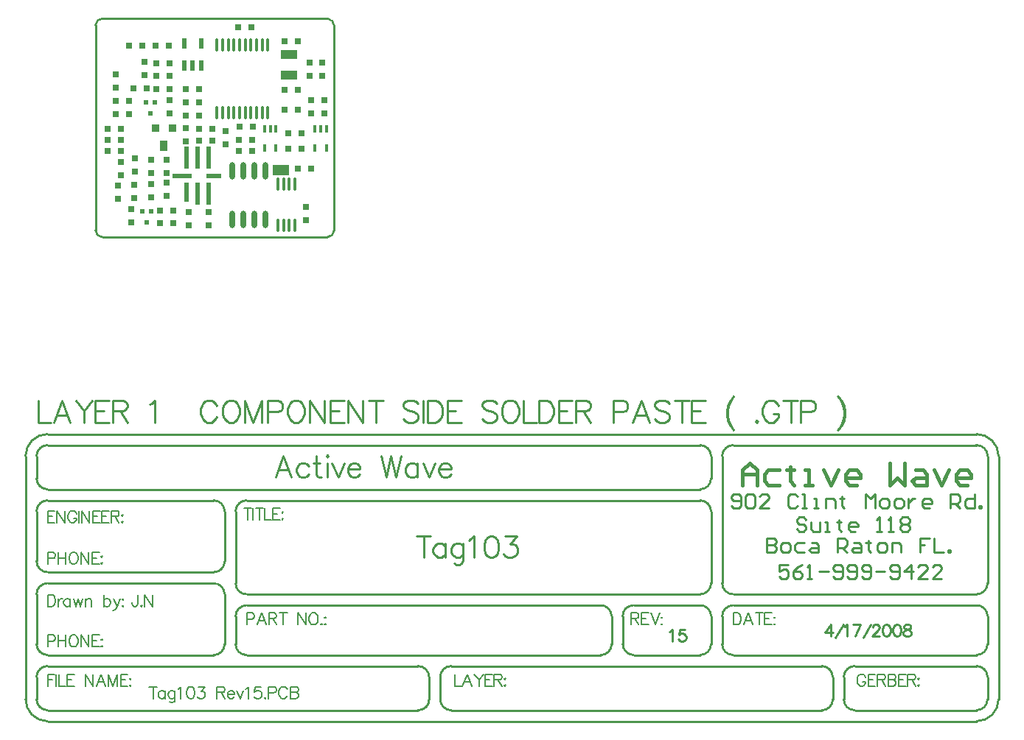
<source format=gtp>
%FSLAX23Y23*%
%MOIN*%
G70*
G01*
G75*
G04 Layer_Color=12632256*
%ADD10R,0.024X0.024*%
%ADD11R,0.014X0.035*%
%ADD12R,0.014X0.035*%
%ADD13R,0.030X0.030*%
%ADD14R,0.030X0.030*%
%ADD15R,0.025X0.030*%
%ADD16R,0.074X0.045*%
%ADD17R,0.020X0.050*%
%ADD18O,0.016X0.060*%
%ADD19O,0.016X0.060*%
%ADD20R,0.024X0.100*%
%ADD21R,0.024X0.090*%
%ADD22R,0.070X0.024*%
%ADD23R,0.090X0.024*%
%ADD24R,0.075X0.043*%
%ADD25R,0.036X0.050*%
%ADD26R,0.036X0.036*%
%ADD27O,0.024X0.080*%
%ADD28C,0.010*%
%ADD29C,0.008*%
%ADD30C,0.020*%
%ADD31C,0.025*%
%ADD32C,0.012*%
%ADD33C,0.015*%
%ADD34C,0.016*%
%ADD35C,0.014*%
%ADD36C,0.026*%
%ADD37C,0.006*%
%ADD38C,0.005*%
%ADD39C,0.009*%
%ADD40C,0.039*%
%ADD41C,0.070*%
%ADD42R,0.050X0.050*%
%ADD43R,0.039X0.043*%
%ADD44C,0.024*%
%ADD45R,0.070X0.070*%
%ADD46R,0.140X0.140*%
%ADD47C,0.030*%
D10*
X145Y32D02*
D03*
X184D02*
D03*
X165Y-19D02*
D03*
X200Y524D02*
D03*
X181Y473D02*
D03*
X161Y524D02*
D03*
D11*
X976Y403D02*
D03*
D12*
X976Y317D02*
D03*
X924D02*
D03*
X950Y403D02*
D03*
X924D02*
D03*
X723D02*
D03*
X697D02*
D03*
Y317D02*
D03*
X749D02*
D03*
Y403D02*
D03*
D13*
X400Y585D02*
D03*
X340D02*
D03*
X644Y414D02*
D03*
X584D02*
D03*
X864Y384D02*
D03*
X804D02*
D03*
Y314D02*
D03*
X864D02*
D03*
X85Y780D02*
D03*
X145D02*
D03*
X639Y864D02*
D03*
X789Y799D02*
D03*
X849D02*
D03*
X789Y579D02*
D03*
X849D02*
D03*
X640Y355D02*
D03*
X580D02*
D03*
Y305D02*
D03*
X640D02*
D03*
X400Y350D02*
D03*
X460D02*
D03*
Y405D02*
D03*
X400D02*
D03*
X909Y224D02*
D03*
X849D02*
D03*
X48Y354D02*
D03*
Y304D02*
D03*
Y403D02*
D03*
X266Y702D02*
D03*
Y644D02*
D03*
Y584D02*
D03*
X-12Y403D02*
D03*
Y354D02*
D03*
Y304D02*
D03*
X104Y587D02*
D03*
X205Y780D02*
D03*
X164Y587D02*
D03*
X206Y584D02*
D03*
Y702D02*
D03*
Y644D02*
D03*
X283Y33D02*
D03*
X223D02*
D03*
X284Y-24D02*
D03*
X579Y864D02*
D03*
X265Y780D02*
D03*
X909Y534D02*
D03*
X224Y-24D02*
D03*
X969Y534D02*
D03*
Y474D02*
D03*
X909D02*
D03*
D14*
X400Y525D02*
D03*
Y465D02*
D03*
X900Y645D02*
D03*
Y705D02*
D03*
X340Y465D02*
D03*
Y525D02*
D03*
X520Y335D02*
D03*
Y395D02*
D03*
X23Y591D02*
D03*
Y651D02*
D03*
X109Y90D02*
D03*
Y150D02*
D03*
X83Y531D02*
D03*
X266Y474D02*
D03*
X83Y471D02*
D03*
X266Y534D02*
D03*
X23Y471D02*
D03*
Y531D02*
D03*
X153Y706D02*
D03*
Y646D02*
D03*
X885Y52D02*
D03*
X255Y205D02*
D03*
X354Y26D02*
D03*
X959Y645D02*
D03*
X340Y347D02*
D03*
X48Y254D02*
D03*
X95Y40D02*
D03*
X35Y86D02*
D03*
X110Y210D02*
D03*
X35Y146D02*
D03*
X48Y194D02*
D03*
X254Y100D02*
D03*
X354Y-34D02*
D03*
X444D02*
D03*
X110Y270D02*
D03*
X185Y94D02*
D03*
Y205D02*
D03*
Y154D02*
D03*
X254Y160D02*
D03*
X340Y407D02*
D03*
X959Y705D02*
D03*
X255Y265D02*
D03*
X885Y-8D02*
D03*
X95Y-20D02*
D03*
X444Y26D02*
D03*
X185Y265D02*
D03*
D15*
X849Y489D02*
D03*
X789D02*
D03*
D16*
X770Y217D02*
D03*
D17*
X335Y690D02*
D03*
Y790D02*
D03*
X410D02*
D03*
X372Y690D02*
D03*
X410D02*
D03*
D18*
X712Y478D02*
D03*
X558Y785D02*
D03*
X661D02*
D03*
X584Y478D02*
D03*
X610D02*
D03*
X558D02*
D03*
X635Y785D02*
D03*
X661Y478D02*
D03*
X686D02*
D03*
X712Y785D02*
D03*
X482D02*
D03*
X507Y478D02*
D03*
X610Y785D02*
D03*
X584D02*
D03*
X686D02*
D03*
X533D02*
D03*
X507D02*
D03*
X482Y478D02*
D03*
X635D02*
D03*
X533D02*
D03*
D19*
X758Y153D02*
D03*
X784Y-34D02*
D03*
X809D02*
D03*
X758D02*
D03*
X835Y153D02*
D03*
X809D02*
D03*
X835Y-34D02*
D03*
X784Y153D02*
D03*
D20*
X395Y111D02*
D03*
X445D02*
D03*
X444Y274D02*
D03*
X395Y273D02*
D03*
X345D02*
D03*
D21*
Y116D02*
D03*
D22*
X467Y189D02*
D03*
D23*
X325Y189D02*
D03*
D24*
X809Y647D02*
D03*
Y741D02*
D03*
D25*
X242Y327D02*
D03*
D26*
X205Y407D02*
D03*
X280D02*
D03*
D27*
X702Y-6D02*
D03*
X602Y214D02*
D03*
X702D02*
D03*
X652D02*
D03*
X552D02*
D03*
X652Y-6D02*
D03*
X602D02*
D03*
X552D02*
D03*
D28*
X-325Y-825D02*
Y-925D01*
X-268D01*
X-181D02*
X-219Y-825D01*
X-257Y-925D01*
X-243Y-892D02*
X-195D01*
X-157Y-825D02*
X-119Y-873D01*
Y-925D01*
X-81Y-825D02*
X-119Y-873D01*
X-6Y-825D02*
X-68D01*
Y-925D01*
X-6D01*
X-68Y-873D02*
X-30D01*
X10Y-825D02*
Y-925D01*
Y-825D02*
X53D01*
X67Y-830D01*
X72Y-835D01*
X77Y-844D01*
Y-854D01*
X72Y-863D01*
X67Y-868D01*
X53Y-873D01*
X10D01*
X43D02*
X77Y-925D01*
X178Y-844D02*
X187Y-839D01*
X202Y-825D01*
Y-925D01*
X480Y-849D02*
X475Y-839D01*
X465Y-830D01*
X456Y-825D01*
X437D01*
X427Y-830D01*
X418Y-839D01*
X413Y-849D01*
X408Y-863D01*
Y-887D01*
X413Y-901D01*
X418Y-911D01*
X427Y-920D01*
X437Y-925D01*
X456D01*
X465Y-920D01*
X475Y-911D01*
X480Y-901D01*
X536Y-825D02*
X527Y-830D01*
X517Y-839D01*
X512Y-849D01*
X508Y-863D01*
Y-887D01*
X512Y-901D01*
X517Y-911D01*
X527Y-920D01*
X536Y-925D01*
X555D01*
X565Y-920D01*
X574Y-911D01*
X579Y-901D01*
X584Y-887D01*
Y-863D01*
X579Y-849D01*
X574Y-839D01*
X565Y-830D01*
X555Y-825D01*
X536D01*
X607D02*
Y-925D01*
Y-825D02*
X645Y-925D01*
X683Y-825D02*
X645Y-925D01*
X683Y-825D02*
Y-925D01*
X712Y-877D02*
X755D01*
X769Y-873D01*
X774Y-868D01*
X779Y-858D01*
Y-844D01*
X774Y-835D01*
X769Y-830D01*
X755Y-825D01*
X712D01*
Y-925D01*
X830Y-825D02*
X820Y-830D01*
X810Y-839D01*
X806Y-849D01*
X801Y-863D01*
Y-887D01*
X806Y-901D01*
X810Y-911D01*
X820Y-920D01*
X830Y-925D01*
X849D01*
X858Y-920D01*
X868Y-911D01*
X872Y-901D01*
X877Y-887D01*
Y-863D01*
X872Y-849D01*
X868Y-839D01*
X858Y-830D01*
X849Y-825D01*
X830D01*
X900D02*
Y-925D01*
Y-825D02*
X967Y-925D01*
Y-825D02*
Y-925D01*
X1057Y-825D02*
X995D01*
Y-925D01*
X1057D01*
X995Y-873D02*
X1033D01*
X1073Y-825D02*
Y-925D01*
Y-825D02*
X1140Y-925D01*
Y-825D02*
Y-925D01*
X1201Y-825D02*
Y-925D01*
X1168Y-825D02*
X1234D01*
X1391Y-839D02*
X1382Y-830D01*
X1367Y-825D01*
X1348D01*
X1334Y-830D01*
X1325Y-839D01*
Y-849D01*
X1329Y-858D01*
X1334Y-863D01*
X1344Y-868D01*
X1372Y-877D01*
X1382Y-882D01*
X1387Y-887D01*
X1391Y-896D01*
Y-911D01*
X1382Y-920D01*
X1367Y-925D01*
X1348D01*
X1334Y-920D01*
X1325Y-911D01*
X1414Y-825D02*
Y-925D01*
X1435Y-825D02*
Y-925D01*
Y-825D02*
X1468D01*
X1482Y-830D01*
X1492Y-839D01*
X1497Y-849D01*
X1501Y-863D01*
Y-887D01*
X1497Y-901D01*
X1492Y-911D01*
X1482Y-920D01*
X1468Y-925D01*
X1435D01*
X1586Y-825D02*
X1524D01*
Y-925D01*
X1586D01*
X1524Y-873D02*
X1562D01*
X1747Y-839D02*
X1738Y-830D01*
X1724Y-825D01*
X1705D01*
X1690Y-830D01*
X1681Y-839D01*
Y-849D01*
X1686Y-858D01*
X1690Y-863D01*
X1700Y-868D01*
X1728Y-877D01*
X1738Y-882D01*
X1743Y-887D01*
X1747Y-896D01*
Y-911D01*
X1738Y-920D01*
X1724Y-925D01*
X1705D01*
X1690Y-920D01*
X1681Y-911D01*
X1798Y-825D02*
X1789Y-830D01*
X1779Y-839D01*
X1775Y-849D01*
X1770Y-863D01*
Y-887D01*
X1775Y-901D01*
X1779Y-911D01*
X1789Y-920D01*
X1798Y-925D01*
X1817D01*
X1827Y-920D01*
X1836Y-911D01*
X1841Y-901D01*
X1846Y-887D01*
Y-863D01*
X1841Y-849D01*
X1836Y-839D01*
X1827Y-830D01*
X1817Y-825D01*
X1798D01*
X1869D02*
Y-925D01*
X1926D01*
X1937Y-825D02*
Y-925D01*
Y-825D02*
X1971D01*
X1985Y-830D01*
X1995Y-839D01*
X1999Y-849D01*
X2004Y-863D01*
Y-887D01*
X1999Y-901D01*
X1995Y-911D01*
X1985Y-920D01*
X1971Y-925D01*
X1937D01*
X2088Y-825D02*
X2026D01*
Y-925D01*
X2088D01*
X2026Y-873D02*
X2064D01*
X2105Y-825D02*
Y-925D01*
Y-825D02*
X2148D01*
X2162Y-830D01*
X2167Y-835D01*
X2172Y-844D01*
Y-854D01*
X2167Y-863D01*
X2162Y-868D01*
X2148Y-873D01*
X2105D01*
X2138D02*
X2172Y-925D01*
X2273Y-877D02*
X2315D01*
X2330Y-873D01*
X2334Y-868D01*
X2339Y-858D01*
Y-844D01*
X2334Y-835D01*
X2330Y-830D01*
X2315Y-825D01*
X2273D01*
Y-925D01*
X2438D02*
X2400Y-825D01*
X2362Y-925D01*
X2376Y-892D02*
X2423D01*
X2528Y-839D02*
X2518Y-830D01*
X2504Y-825D01*
X2485D01*
X2471Y-830D01*
X2461Y-839D01*
Y-849D01*
X2466Y-858D01*
X2471Y-863D01*
X2480Y-868D01*
X2509Y-877D01*
X2518Y-882D01*
X2523Y-887D01*
X2528Y-896D01*
Y-911D01*
X2518Y-920D01*
X2504Y-925D01*
X2485D01*
X2471Y-920D01*
X2461Y-911D01*
X2583Y-825D02*
Y-925D01*
X2550Y-825D02*
X2617D01*
X2691D02*
X2629D01*
Y-925D01*
X2691D01*
X2629Y-873D02*
X2667D01*
X2819Y-806D02*
X2810Y-816D01*
X2800Y-830D01*
X2791Y-849D01*
X2786Y-873D01*
Y-892D01*
X2791Y-915D01*
X2800Y-935D01*
X2810Y-949D01*
X2819Y-958D01*
X2810Y-816D02*
X2800Y-835D01*
X2795Y-849D01*
X2791Y-873D01*
Y-892D01*
X2795Y-915D01*
X2800Y-930D01*
X2810Y-949D01*
X2921Y-915D02*
X2917Y-920D01*
X2921Y-925D01*
X2926Y-920D01*
X2921Y-915D01*
X3020Y-849D02*
X3015Y-839D01*
X3005Y-830D01*
X2996Y-825D01*
X2977D01*
X2967Y-830D01*
X2958Y-839D01*
X2953Y-849D01*
X2948Y-863D01*
Y-887D01*
X2953Y-901D01*
X2958Y-911D01*
X2967Y-920D01*
X2977Y-925D01*
X2996D01*
X3005Y-920D01*
X3015Y-911D01*
X3020Y-901D01*
Y-887D01*
X2996D02*
X3020D01*
X3076Y-825D02*
Y-925D01*
X3042Y-825D02*
X3109D01*
X3121Y-877D02*
X3164D01*
X3178Y-873D01*
X3183Y-868D01*
X3188Y-858D01*
Y-844D01*
X3183Y-835D01*
X3178Y-830D01*
X3164Y-825D01*
X3121D01*
Y-925D01*
X3289Y-806D02*
X3298Y-816D01*
X3308Y-830D01*
X3317Y-849D01*
X3322Y-873D01*
Y-892D01*
X3317Y-915D01*
X3308Y-935D01*
X3298Y-949D01*
X3289Y-958D01*
X3298Y-816D02*
X3308Y-835D01*
X3312Y-849D01*
X3317Y-873D01*
Y-892D01*
X3312Y-915D01*
X3308Y-930D01*
X3298Y-949D01*
X-37Y903D02*
G03*
X-67Y873I0J-30D01*
G01*
X1011D02*
G03*
X981Y903I-30J0D01*
G01*
Y-86D02*
G03*
X1011Y-56I0J30D01*
G01*
X-67D02*
G03*
X-37Y-86I30J0D01*
G01*
X-67Y-56D02*
Y873D01*
X-37Y903D02*
X981D01*
X1011Y-56D02*
Y873D01*
X-37Y-86D02*
X981D01*
X3966Y-1802D02*
G03*
X3917Y-1753I-49J0D01*
G01*
X2816D02*
G03*
X2766Y-1803I0J-50D01*
G01*
X3916Y-1703D02*
G03*
X3966Y-1653I0J50D01*
G01*
X2766D02*
G03*
X2816Y-1703I50J0D01*
G01*
X-284Y-978D02*
G03*
X-384Y-1078I0J-100D01*
G01*
Y-2177D02*
G03*
X-285Y-2278I101J0D01*
G01*
X3916Y-2278D02*
G03*
X4016Y-2178I0J100D01*
G01*
Y-1078D02*
G03*
X3916Y-978I-100J0D01*
G01*
X3966Y-1077D02*
G03*
X3915Y-1028I-49J0D01*
G01*
X3916Y-1978D02*
G03*
X3966Y-1928I0J50D01*
G01*
X3966Y-2077D02*
G03*
X3916Y-2028I-50J-1D01*
G01*
Y-2228D02*
G03*
X3966Y-2178I0J50D01*
G01*
X2666Y-1978D02*
G03*
X2716Y-1928I0J50D01*
G01*
X2766Y-1929D02*
G03*
X2816Y-1978I49J0D01*
G01*
X2716Y-1802D02*
G03*
X2667Y-1753I-49J0D01*
G01*
X-334Y-2178D02*
G03*
X-285Y-2228I50J0D01*
G01*
X2667Y-1703D02*
G03*
X2716Y-1653I-1J50D01*
G01*
X-284Y-2028D02*
G03*
X-334Y-2078I0J-50D01*
G01*
X2716Y-1328D02*
G03*
X2666Y-1278I-50J0D01*
G01*
Y-1228D02*
G03*
X2716Y-1178I0J50D01*
G01*
X2816Y-1028D02*
G03*
X2766Y-1078I0J-50D01*
G01*
X2716D02*
G03*
X2666Y-1028I-50J0D01*
G01*
X-284D02*
G03*
X-334Y-1078I0J-50D01*
G01*
Y-1178D02*
G03*
X-284Y-1228I50J0D01*
G01*
Y-1278D02*
G03*
X-334Y-1328I0J-50D01*
G01*
Y-1553D02*
G03*
X-284Y-1603I50J0D01*
G01*
Y-1653D02*
G03*
X-334Y-1703I0J-50D01*
G01*
Y-1928D02*
G03*
X-285Y-1978I50J0D01*
G01*
X616Y-1278D02*
G03*
X566Y-1328I0J-50D01*
G01*
X616Y-1753D02*
G03*
X566Y-1803I0J-50D01*
G01*
X2364Y-1753D02*
G03*
X2316Y-1804I0J-48D01*
G01*
X2316Y-1927D02*
G03*
X2366Y-1978I51J0D01*
G01*
X2217Y-1978D02*
G03*
X2266Y-1928I0J49D01*
G01*
X2266Y-1802D02*
G03*
X2217Y-1753I-49J0D01*
G01*
X467Y-1978D02*
G03*
X516Y-1929I0J49D01*
G01*
X566D02*
G03*
X615Y-1978I49J0D01*
G01*
X566Y-1654D02*
G03*
X615Y-1703I49J0D01*
G01*
X516Y-1702D02*
G03*
X465Y-1653I-49J0D01*
G01*
X468Y-1603D02*
G03*
X516Y-1555I0J48D01*
G01*
Y-1327D02*
G03*
X467Y-1278I-49J0D01*
G01*
X3366Y-2028D02*
G03*
X3316Y-2078I0J-50D01*
G01*
Y-2179D02*
G03*
X3366Y-2228I49J0D01*
G01*
X3217Y-2228D02*
G03*
X3266Y-2179I1J48D01*
G01*
X3266Y-2078D02*
G03*
X3216Y-2028I-50J0D01*
G01*
X1491Y-2178D02*
G03*
X1540Y-2228I50J0D01*
G01*
X1541Y-2028D02*
G03*
X1491Y-2078I0J-50D01*
G01*
X1392Y-2228D02*
G03*
X1441Y-2179I1J48D01*
G01*
X1441Y-2078D02*
G03*
X1391Y-2028I-50J0D01*
G01*
X3966Y-1928D02*
Y-1802D01*
X2766Y-1928D02*
Y-1803D01*
X3966Y-1653D02*
Y-1078D01*
X2766Y-1653D02*
Y-1078D01*
X-384Y-2178D02*
Y-1078D01*
X-334Y-2178D02*
Y-2078D01*
X3966Y-2178D02*
Y-2078D01*
X2716Y-1928D02*
Y-1803D01*
X2316Y-1928D02*
Y-1803D01*
X566Y-1928D02*
Y-1803D01*
X2266Y-1928D02*
Y-1803D01*
X566Y-1653D02*
Y-1328D01*
X2716Y-1653D02*
Y-1328D01*
Y-1178D02*
Y-1078D01*
X-334Y-1178D02*
Y-1078D01*
X516Y-1553D02*
Y-1328D01*
X-334Y-1553D02*
Y-1328D01*
X516Y-1928D02*
Y-1703D01*
X-334Y-1928D02*
Y-1703D01*
X4016Y-2178D02*
Y-1078D01*
X3316Y-2178D02*
Y-2078D01*
X3266Y-2178D02*
Y-2078D01*
X1491Y-2178D02*
Y-2078D01*
X1441Y-2178D02*
Y-2078D01*
X2816Y-1753D02*
X3916D01*
X2816Y-1703D02*
X3916D01*
X616D02*
X2666D01*
X2816Y-1028D02*
X3916D01*
X2816Y-1978D02*
X3916D01*
X2366Y-1753D02*
X2666D01*
X2366Y-1978D02*
X2666D01*
X616D02*
X2216D01*
X616Y-1753D02*
X2216D01*
X616Y-1278D02*
X2666D01*
X-284Y-1228D02*
X2666D01*
X-284Y-1278D02*
X466D01*
X-284Y-1603D02*
X466D01*
X-284Y-1653D02*
X466D01*
X-284Y-1978D02*
X466D01*
X-284Y-978D02*
X3916D01*
X-284Y-2278D02*
X3916D01*
X-284Y-1028D02*
X2666D01*
X3366Y-2028D02*
X3916D01*
X3366Y-2228D02*
X3916D01*
X1541Y-2028D02*
X3216D01*
X-284D02*
X1391D01*
X-284Y-2228D02*
X1391D01*
X1541D02*
X3216D01*
X3145Y-1365D02*
X3135Y-1354D01*
X3113D01*
X3103Y-1365D01*
Y-1375D01*
X3113Y-1386D01*
X3135D01*
X3145Y-1397D01*
Y-1407D01*
X3135Y-1418D01*
X3113D01*
X3103Y-1407D01*
X3167Y-1375D02*
Y-1407D01*
X3177Y-1418D01*
X3209D01*
Y-1375D01*
X3230Y-1418D02*
X3252D01*
X3241D01*
Y-1375D01*
X3230D01*
X3294Y-1365D02*
Y-1375D01*
X3284D01*
X3305D01*
X3294D01*
Y-1407D01*
X3305Y-1418D01*
X3369D02*
X3348D01*
X3337Y-1407D01*
Y-1386D01*
X3348Y-1375D01*
X3369D01*
X3380Y-1386D01*
Y-1397D01*
X3337D01*
X3465Y-1418D02*
X3486D01*
X3476D01*
Y-1354D01*
X3465Y-1365D01*
X3518Y-1418D02*
X3540D01*
X3529D01*
Y-1354D01*
X3518Y-1365D01*
X3572D02*
X3582Y-1354D01*
X3604D01*
X3614Y-1365D01*
Y-1375D01*
X3604Y-1386D01*
X3614Y-1397D01*
Y-1407D01*
X3604Y-1418D01*
X3582D01*
X3572Y-1407D01*
Y-1397D01*
X3582Y-1386D01*
X3572Y-1375D01*
Y-1365D01*
X3582Y-1386D02*
X3604D01*
X3065Y-1569D02*
X3023D01*
Y-1601D01*
X3044Y-1590D01*
X3055D01*
X3065Y-1601D01*
Y-1622D01*
X3055Y-1633D01*
X3033D01*
X3023Y-1622D01*
X3129Y-1569D02*
X3108Y-1580D01*
X3087Y-1601D01*
Y-1622D01*
X3097Y-1633D01*
X3118D01*
X3129Y-1622D01*
Y-1612D01*
X3118Y-1601D01*
X3087D01*
X3150Y-1633D02*
X3172D01*
X3161D01*
Y-1569D01*
X3150Y-1580D01*
X3204Y-1601D02*
X3246D01*
X3268Y-1622D02*
X3278Y-1633D01*
X3300D01*
X3310Y-1622D01*
Y-1580D01*
X3300Y-1569D01*
X3278D01*
X3268Y-1580D01*
Y-1590D01*
X3278Y-1601D01*
X3310D01*
X3332Y-1622D02*
X3342Y-1633D01*
X3364D01*
X3374Y-1622D01*
Y-1580D01*
X3364Y-1569D01*
X3342D01*
X3332Y-1580D01*
Y-1590D01*
X3342Y-1601D01*
X3374D01*
X3396Y-1622D02*
X3406Y-1633D01*
X3428D01*
X3438Y-1622D01*
Y-1580D01*
X3428Y-1569D01*
X3406D01*
X3396Y-1580D01*
Y-1590D01*
X3406Y-1601D01*
X3438D01*
X3460D02*
X3502D01*
X3524Y-1622D02*
X3534Y-1633D01*
X3556D01*
X3566Y-1622D01*
Y-1580D01*
X3556Y-1569D01*
X3534D01*
X3524Y-1580D01*
Y-1590D01*
X3534Y-1601D01*
X3566D01*
X3620Y-1633D02*
Y-1569D01*
X3588Y-1601D01*
X3630D01*
X3694Y-1633D02*
X3652D01*
X3694Y-1590D01*
Y-1580D01*
X3684Y-1569D01*
X3662D01*
X3652Y-1580D01*
X3758Y-1633D02*
X3716D01*
X3758Y-1590D01*
Y-1580D01*
X3748Y-1569D01*
X3726D01*
X3716Y-1580D01*
X2808Y-1302D02*
X2818Y-1313D01*
X2840D01*
X2850Y-1302D01*
Y-1260D01*
X2840Y-1249D01*
X2818D01*
X2808Y-1260D01*
Y-1270D01*
X2818Y-1281D01*
X2850D01*
X2872Y-1260D02*
X2882Y-1249D01*
X2903D01*
X2914Y-1260D01*
Y-1302D01*
X2903Y-1313D01*
X2882D01*
X2872Y-1302D01*
Y-1260D01*
X2978Y-1313D02*
X2935D01*
X2978Y-1270D01*
Y-1260D01*
X2967Y-1249D01*
X2946D01*
X2935Y-1260D01*
X3106D02*
X3095Y-1249D01*
X3074D01*
X3063Y-1260D01*
Y-1302D01*
X3074Y-1313D01*
X3095D01*
X3106Y-1302D01*
X3127Y-1313D02*
X3149D01*
X3138D01*
Y-1249D01*
X3127D01*
X3181Y-1313D02*
X3202D01*
X3191D01*
Y-1270D01*
X3181D01*
X3234Y-1313D02*
Y-1270D01*
X3266D01*
X3277Y-1281D01*
Y-1313D01*
X3309Y-1260D02*
Y-1270D01*
X3298D01*
X3319D01*
X3309D01*
Y-1302D01*
X3319Y-1313D01*
X3415D02*
Y-1249D01*
X3437Y-1270D01*
X3458Y-1249D01*
Y-1313D01*
X3490D02*
X3511D01*
X3522Y-1302D01*
Y-1281D01*
X3511Y-1270D01*
X3490D01*
X3479Y-1281D01*
Y-1302D01*
X3490Y-1313D01*
X3554D02*
X3575D01*
X3586Y-1302D01*
Y-1281D01*
X3575Y-1270D01*
X3554D01*
X3543Y-1281D01*
Y-1302D01*
X3554Y-1313D01*
X3607Y-1270D02*
Y-1313D01*
Y-1292D01*
X3618Y-1281D01*
X3629Y-1270D01*
X3639D01*
X3703Y-1313D02*
X3682D01*
X3671Y-1302D01*
Y-1281D01*
X3682Y-1270D01*
X3703D01*
X3714Y-1281D01*
Y-1292D01*
X3671D01*
X3799Y-1313D02*
Y-1249D01*
X3831D01*
X3842Y-1260D01*
Y-1281D01*
X3831Y-1292D01*
X3799D01*
X3821D02*
X3842Y-1313D01*
X3906Y-1249D02*
Y-1313D01*
X3874D01*
X3863Y-1302D01*
Y-1281D01*
X3874Y-1270D01*
X3906D01*
X3927Y-1313D02*
Y-1302D01*
X3938D01*
Y-1313D01*
X3927D01*
X2968Y-1449D02*
Y-1513D01*
X3000D01*
X3010Y-1502D01*
Y-1492D01*
X3000Y-1481D01*
X2968D01*
X3000D01*
X3010Y-1470D01*
Y-1460D01*
X3000Y-1449D01*
X2968D01*
X3042Y-1513D02*
X3063D01*
X3074Y-1502D01*
Y-1481D01*
X3063Y-1470D01*
X3042D01*
X3032Y-1481D01*
Y-1502D01*
X3042Y-1513D01*
X3138Y-1470D02*
X3106D01*
X3095Y-1481D01*
Y-1502D01*
X3106Y-1513D01*
X3138D01*
X3170Y-1470D02*
X3191D01*
X3202Y-1481D01*
Y-1513D01*
X3170D01*
X3159Y-1502D01*
X3170Y-1492D01*
X3202D01*
X3287Y-1513D02*
Y-1449D01*
X3319D01*
X3330Y-1460D01*
Y-1481D01*
X3319Y-1492D01*
X3287D01*
X3309D02*
X3330Y-1513D01*
X3362Y-1470D02*
X3383D01*
X3394Y-1481D01*
Y-1513D01*
X3362D01*
X3351Y-1502D01*
X3362Y-1492D01*
X3394D01*
X3426Y-1460D02*
Y-1470D01*
X3415D01*
X3437D01*
X3426D01*
Y-1502D01*
X3437Y-1513D01*
X3479D02*
X3501D01*
X3511Y-1502D01*
Y-1481D01*
X3501Y-1470D01*
X3479D01*
X3469Y-1481D01*
Y-1502D01*
X3479Y-1513D01*
X3533D02*
Y-1470D01*
X3565D01*
X3575Y-1481D01*
Y-1513D01*
X3703Y-1449D02*
X3661D01*
Y-1481D01*
X3682D01*
X3661D01*
Y-1513D01*
X3725Y-1449D02*
Y-1513D01*
X3767D01*
X3789D02*
Y-1502D01*
X3799D01*
Y-1513D01*
X3789D01*
D29*
X124Y-1706D02*
Y-1747D01*
X122Y-1754D01*
X119Y-1757D01*
X114Y-1759D01*
X109D01*
X104Y-1757D01*
X101Y-1754D01*
X99Y-1747D01*
Y-1741D01*
X141Y-1754D02*
X138Y-1757D01*
X141Y-1759D01*
X143Y-1757D01*
X141Y-1754D01*
X155Y-1706D02*
Y-1759D01*
Y-1706D02*
X190Y-1759D01*
Y-1706D02*
Y-1759D01*
D33*
X2858Y-1208D02*
Y-1141D01*
X2891Y-1108D01*
X2924Y-1141D01*
Y-1208D01*
Y-1158D01*
X2858D01*
X3024Y-1141D02*
X2974D01*
X2957Y-1158D01*
Y-1191D01*
X2974Y-1208D01*
X3024D01*
X3074Y-1125D02*
Y-1141D01*
X3057D01*
X3091D01*
X3074D01*
Y-1191D01*
X3091Y-1208D01*
X3141D02*
X3174D01*
X3157D01*
Y-1141D01*
X3141D01*
X3224D02*
X3257Y-1208D01*
X3291Y-1141D01*
X3374Y-1208D02*
X3341D01*
X3324Y-1191D01*
Y-1158D01*
X3341Y-1141D01*
X3374D01*
X3391Y-1158D01*
Y-1175D01*
X3324D01*
X3524Y-1108D02*
Y-1208D01*
X3557Y-1175D01*
X3591Y-1208D01*
Y-1108D01*
X3641Y-1141D02*
X3674D01*
X3691Y-1158D01*
Y-1208D01*
X3641D01*
X3624Y-1191D01*
X3641Y-1175D01*
X3691D01*
X3724Y-1141D02*
X3757Y-1208D01*
X3791Y-1141D01*
X3874Y-1208D02*
X3841D01*
X3824Y-1191D01*
Y-1158D01*
X3841Y-1141D01*
X3874D01*
X3891Y-1158D01*
Y-1175D01*
X3824D01*
D38*
X193Y-2122D02*
Y-2175D01*
X175Y-2122D02*
X211D01*
X247Y-2139D02*
Y-2175D01*
Y-2147D02*
X242Y-2142D01*
X237Y-2139D01*
X230D01*
X225Y-2142D01*
X219Y-2147D01*
X217Y-2155D01*
Y-2160D01*
X219Y-2167D01*
X225Y-2172D01*
X230Y-2175D01*
X237D01*
X242Y-2172D01*
X247Y-2167D01*
X292Y-2139D02*
Y-2180D01*
X290Y-2188D01*
X287Y-2190D01*
X282Y-2193D01*
X274D01*
X269Y-2190D01*
X292Y-2147D02*
X287Y-2142D01*
X282Y-2139D01*
X274D01*
X269Y-2142D01*
X264Y-2147D01*
X262Y-2155D01*
Y-2160D01*
X264Y-2167D01*
X269Y-2172D01*
X274Y-2175D01*
X282D01*
X287Y-2172D01*
X292Y-2167D01*
X306Y-2132D02*
X311Y-2129D01*
X319Y-2122D01*
Y-2175D01*
X361Y-2122D02*
X353Y-2124D01*
X348Y-2132D01*
X345Y-2145D01*
Y-2152D01*
X348Y-2165D01*
X353Y-2172D01*
X361Y-2175D01*
X366D01*
X373Y-2172D01*
X378Y-2165D01*
X381Y-2152D01*
Y-2145D01*
X378Y-2132D01*
X373Y-2124D01*
X366Y-2122D01*
X361D01*
X398D02*
X426D01*
X411Y-2142D01*
X418D01*
X423Y-2145D01*
X426Y-2147D01*
X428Y-2155D01*
Y-2160D01*
X426Y-2167D01*
X421Y-2172D01*
X413Y-2175D01*
X406D01*
X398Y-2172D01*
X395Y-2170D01*
X393Y-2165D01*
X482Y-2122D02*
Y-2175D01*
Y-2122D02*
X505D01*
X513Y-2124D01*
X515Y-2127D01*
X518Y-2132D01*
Y-2137D01*
X515Y-2142D01*
X513Y-2145D01*
X505Y-2147D01*
X482D01*
X500D02*
X518Y-2175D01*
X530Y-2155D02*
X560D01*
Y-2150D01*
X558Y-2145D01*
X555Y-2142D01*
X550Y-2139D01*
X542D01*
X537Y-2142D01*
X532Y-2147D01*
X530Y-2155D01*
Y-2160D01*
X532Y-2167D01*
X537Y-2172D01*
X542Y-2175D01*
X550D01*
X555Y-2172D01*
X560Y-2167D01*
X572Y-2139D02*
X587Y-2175D01*
X602Y-2139D02*
X587Y-2175D01*
X611Y-2132D02*
X616Y-2129D01*
X623Y-2122D01*
Y-2175D01*
X680Y-2122D02*
X655D01*
X652Y-2145D01*
X655Y-2142D01*
X663Y-2139D01*
X670D01*
X678Y-2142D01*
X683Y-2147D01*
X685Y-2155D01*
Y-2160D01*
X683Y-2167D01*
X678Y-2172D01*
X670Y-2175D01*
X663D01*
X655Y-2172D01*
X652Y-2170D01*
X650Y-2165D01*
X700Y-2170D02*
X697Y-2172D01*
X700Y-2175D01*
X702Y-2172D01*
X700Y-2170D01*
X714Y-2150D02*
X737D01*
X745Y-2147D01*
X747Y-2145D01*
X750Y-2139D01*
Y-2132D01*
X747Y-2127D01*
X745Y-2124D01*
X737Y-2122D01*
X714D01*
Y-2175D01*
X800Y-2134D02*
X797Y-2129D01*
X792Y-2124D01*
X787Y-2122D01*
X777D01*
X772Y-2124D01*
X767Y-2129D01*
X764Y-2134D01*
X762Y-2142D01*
Y-2155D01*
X764Y-2162D01*
X767Y-2167D01*
X772Y-2172D01*
X777Y-2175D01*
X787D01*
X792Y-2172D01*
X797Y-2167D01*
X800Y-2162D01*
X815Y-2122D02*
Y-2175D01*
Y-2122D02*
X837D01*
X845Y-2124D01*
X848Y-2127D01*
X850Y-2132D01*
Y-2137D01*
X848Y-2142D01*
X845Y-2145D01*
X837Y-2147D01*
X815D02*
X837D01*
X845Y-2150D01*
X848Y-2152D01*
X850Y-2157D01*
Y-2165D01*
X848Y-2170D01*
X845Y-2172D01*
X837Y-2175D01*
X815D01*
X2816Y-1787D02*
Y-1841D01*
Y-1787D02*
X2834D01*
X2841Y-1790D01*
X2846Y-1795D01*
X2849Y-1800D01*
X2851Y-1808D01*
Y-1820D01*
X2849Y-1828D01*
X2846Y-1833D01*
X2841Y-1838D01*
X2834Y-1841D01*
X2816D01*
X2904D02*
X2884Y-1787D01*
X2863Y-1841D01*
X2871Y-1823D02*
X2896D01*
X2934Y-1787D02*
Y-1841D01*
X2916Y-1787D02*
X2952D01*
X2991D02*
X2958D01*
Y-1841D01*
X2991D01*
X2958Y-1813D02*
X2979D01*
X3003Y-1805D02*
X3000Y-1808D01*
X3003Y-1810D01*
X3005Y-1808D01*
X3003Y-1805D01*
Y-1836D02*
X3000Y-1838D01*
X3003Y-1841D01*
X3005Y-1838D01*
X3003Y-1836D01*
X2353Y-1787D02*
Y-1841D01*
Y-1787D02*
X2376D01*
X2384Y-1790D01*
X2386Y-1792D01*
X2389Y-1798D01*
Y-1803D01*
X2386Y-1808D01*
X2384Y-1810D01*
X2376Y-1813D01*
X2353D01*
X2371D02*
X2389Y-1841D01*
X2434Y-1787D02*
X2401D01*
Y-1841D01*
X2434D01*
X2401Y-1813D02*
X2421D01*
X2443Y-1787D02*
X2463Y-1841D01*
X2483Y-1787D02*
X2463Y-1841D01*
X2493Y-1805D02*
X2490Y-1808D01*
X2493Y-1810D01*
X2495Y-1808D01*
X2493Y-1805D01*
Y-1836D02*
X2490Y-1838D01*
X2493Y-1841D01*
X2495Y-1838D01*
X2493Y-1836D01*
X-284Y-1540D02*
X-261D01*
X-254Y-1538D01*
X-251Y-1535D01*
X-249Y-1530D01*
Y-1523D01*
X-251Y-1517D01*
X-254Y-1515D01*
X-261Y-1512D01*
X-284D01*
Y-1566D01*
X-237Y-1512D02*
Y-1566D01*
X-201Y-1512D02*
Y-1566D01*
X-237Y-1538D02*
X-201D01*
X-171Y-1512D02*
X-176Y-1515D01*
X-181Y-1520D01*
X-184Y-1525D01*
X-186Y-1533D01*
Y-1545D01*
X-184Y-1553D01*
X-181Y-1558D01*
X-176Y-1563D01*
X-171Y-1566D01*
X-161D01*
X-156Y-1563D01*
X-151Y-1558D01*
X-148Y-1553D01*
X-146Y-1545D01*
Y-1533D01*
X-148Y-1525D01*
X-151Y-1520D01*
X-156Y-1515D01*
X-161Y-1512D01*
X-171D01*
X-133D02*
Y-1566D01*
Y-1512D02*
X-98Y-1566D01*
Y-1512D02*
Y-1566D01*
X-50Y-1512D02*
X-83D01*
Y-1566D01*
X-50D01*
X-83Y-1538D02*
X-63D01*
X-39Y-1530D02*
X-41Y-1533D01*
X-39Y-1535D01*
X-36Y-1533D01*
X-39Y-1530D01*
Y-1561D02*
X-41Y-1563D01*
X-39Y-1566D01*
X-36Y-1563D01*
X-39Y-1561D01*
X-284Y-1915D02*
X-261D01*
X-254Y-1913D01*
X-251Y-1910D01*
X-249Y-1905D01*
Y-1898D01*
X-251Y-1892D01*
X-254Y-1890D01*
X-261Y-1887D01*
X-284D01*
Y-1941D01*
X-237Y-1887D02*
Y-1941D01*
X-201Y-1887D02*
Y-1941D01*
X-237Y-1913D02*
X-201D01*
X-171Y-1887D02*
X-176Y-1890D01*
X-181Y-1895D01*
X-184Y-1900D01*
X-186Y-1908D01*
Y-1920D01*
X-184Y-1928D01*
X-181Y-1933D01*
X-176Y-1938D01*
X-171Y-1941D01*
X-161D01*
X-156Y-1938D01*
X-151Y-1933D01*
X-148Y-1928D01*
X-146Y-1920D01*
Y-1908D01*
X-148Y-1900D01*
X-151Y-1895D01*
X-156Y-1890D01*
X-161Y-1887D01*
X-171D01*
X-133D02*
Y-1941D01*
Y-1887D02*
X-98Y-1941D01*
Y-1887D02*
Y-1941D01*
X-50Y-1887D02*
X-83D01*
Y-1941D01*
X-50D01*
X-83Y-1913D02*
X-63D01*
X-39Y-1905D02*
X-41Y-1908D01*
X-39Y-1910D01*
X-36Y-1908D01*
X-39Y-1905D01*
Y-1936D02*
X-41Y-1938D01*
X-39Y-1941D01*
X-36Y-1938D01*
X-39Y-1936D01*
X1556Y-2065D02*
Y-2118D01*
X1586D01*
X1633D02*
X1613Y-2065D01*
X1592Y-2118D01*
X1600Y-2100D02*
X1625D01*
X1645Y-2065D02*
X1666Y-2090D01*
Y-2118D01*
X1686Y-2065D02*
X1666Y-2090D01*
X1726Y-2065D02*
X1693D01*
Y-2118D01*
X1726D01*
X1693Y-2090D02*
X1713D01*
X1735Y-2065D02*
Y-2118D01*
Y-2065D02*
X1758D01*
X1765Y-2067D01*
X1768Y-2070D01*
X1770Y-2075D01*
Y-2080D01*
X1768Y-2085D01*
X1765Y-2088D01*
X1758Y-2090D01*
X1735D01*
X1752D02*
X1770Y-2118D01*
X1785Y-2083D02*
X1782Y-2085D01*
X1785Y-2088D01*
X1787Y-2085D01*
X1785Y-2083D01*
Y-2113D02*
X1782Y-2116D01*
X1785Y-2118D01*
X1787Y-2116D01*
X1785Y-2113D01*
X-251Y-1325D02*
X-284D01*
Y-1378D01*
X-251D01*
X-284Y-1350D02*
X-264D01*
X-242Y-1325D02*
Y-1378D01*
Y-1325D02*
X-207Y-1378D01*
Y-1325D02*
Y-1378D01*
X-154Y-1338D02*
X-156Y-1332D01*
X-161Y-1327D01*
X-167Y-1325D01*
X-177D01*
X-182Y-1327D01*
X-187Y-1332D01*
X-189Y-1338D01*
X-192Y-1345D01*
Y-1358D01*
X-189Y-1365D01*
X-187Y-1371D01*
X-182Y-1376D01*
X-177Y-1378D01*
X-167D01*
X-161Y-1376D01*
X-156Y-1371D01*
X-154Y-1365D01*
Y-1358D01*
X-167D02*
X-154D01*
X-142Y-1325D02*
Y-1378D01*
X-130Y-1325D02*
Y-1378D01*
Y-1325D02*
X-95Y-1378D01*
Y-1325D02*
Y-1378D01*
X-47Y-1325D02*
X-80D01*
Y-1378D01*
X-47D01*
X-80Y-1350D02*
X-60D01*
X-5Y-1325D02*
X-38D01*
Y-1378D01*
X-5D01*
X-38Y-1350D02*
X-18D01*
X4Y-1325D02*
Y-1378D01*
Y-1325D02*
X26D01*
X34Y-1327D01*
X37Y-1330D01*
X39Y-1335D01*
Y-1340D01*
X37Y-1345D01*
X34Y-1348D01*
X26Y-1350D01*
X4D01*
X21D02*
X39Y-1378D01*
X54Y-1343D02*
X51Y-1345D01*
X54Y-1348D01*
X56Y-1345D01*
X54Y-1343D01*
Y-1373D02*
X51Y-1376D01*
X54Y-1378D01*
X56Y-1376D01*
X54Y-1373D01*
X616Y-1815D02*
X639D01*
X646Y-1813D01*
X649Y-1810D01*
X651Y-1805D01*
Y-1798D01*
X649Y-1792D01*
X646Y-1790D01*
X639Y-1787D01*
X616D01*
Y-1841D01*
X704D02*
X684Y-1787D01*
X663Y-1841D01*
X671Y-1823D02*
X696D01*
X716Y-1787D02*
Y-1841D01*
Y-1787D02*
X739D01*
X747Y-1790D01*
X749Y-1792D01*
X752Y-1798D01*
Y-1803D01*
X749Y-1808D01*
X747Y-1810D01*
X739Y-1813D01*
X716D01*
X734D02*
X752Y-1841D01*
X782Y-1787D02*
Y-1841D01*
X764Y-1787D02*
X800D01*
X848D02*
Y-1841D01*
Y-1787D02*
X883Y-1841D01*
Y-1787D02*
Y-1841D01*
X913Y-1787D02*
X908Y-1790D01*
X903Y-1795D01*
X901Y-1800D01*
X898Y-1808D01*
Y-1820D01*
X901Y-1828D01*
X903Y-1833D01*
X908Y-1838D01*
X913Y-1841D01*
X923D01*
X928Y-1838D01*
X934Y-1833D01*
X936Y-1828D01*
X939Y-1820D01*
Y-1808D01*
X936Y-1800D01*
X934Y-1795D01*
X928Y-1790D01*
X923Y-1787D01*
X913D01*
X954Y-1836D02*
X951Y-1838D01*
X954Y-1841D01*
X956Y-1838D01*
X954Y-1836D01*
X970Y-1805D02*
X968Y-1808D01*
X970Y-1810D01*
X973Y-1808D01*
X970Y-1805D01*
Y-1836D02*
X968Y-1838D01*
X970Y-1841D01*
X973Y-1838D01*
X970Y-1836D01*
X621Y-1312D02*
Y-1366D01*
X603Y-1312D02*
X639D01*
X645D02*
Y-1366D01*
X674Y-1312D02*
Y-1366D01*
X656Y-1312D02*
X692D01*
X698D02*
Y-1366D01*
X729D01*
X768Y-1312D02*
X735D01*
Y-1366D01*
X768D01*
X735Y-1338D02*
X755D01*
X779Y-1330D02*
X777Y-1333D01*
X779Y-1335D01*
X782Y-1333D01*
X779Y-1330D01*
Y-1361D02*
X777Y-1363D01*
X779Y-1366D01*
X782Y-1363D01*
X779Y-1361D01*
X-284Y-1705D02*
Y-1758D01*
Y-1705D02*
X-266D01*
X-259Y-1707D01*
X-254Y-1712D01*
X-251Y-1718D01*
X-249Y-1725D01*
Y-1738D01*
X-251Y-1745D01*
X-254Y-1751D01*
X-259Y-1756D01*
X-266Y-1758D01*
X-284D01*
X-237Y-1723D02*
Y-1758D01*
Y-1738D02*
X-234Y-1730D01*
X-229Y-1725D01*
X-224Y-1723D01*
X-216D01*
X-181D02*
Y-1758D01*
Y-1730D02*
X-186Y-1725D01*
X-191Y-1723D01*
X-199D01*
X-204Y-1725D01*
X-209Y-1730D01*
X-211Y-1738D01*
Y-1743D01*
X-209Y-1751D01*
X-204Y-1756D01*
X-199Y-1758D01*
X-191D01*
X-186Y-1756D01*
X-181Y-1751D01*
X-167Y-1723D02*
X-157Y-1758D01*
X-146Y-1723D02*
X-157Y-1758D01*
X-146Y-1723D02*
X-136Y-1758D01*
X-126Y-1723D02*
X-136Y-1758D01*
X-114Y-1723D02*
Y-1758D01*
Y-1733D02*
X-106Y-1725D01*
X-101Y-1723D01*
X-93D01*
X-88Y-1725D01*
X-86Y-1733D01*
Y-1758D01*
X-30Y-1705D02*
Y-1758D01*
Y-1730D02*
X-25Y-1725D01*
X-20Y-1723D01*
X-12D01*
X-7Y-1725D01*
X-2Y-1730D01*
X1Y-1738D01*
Y-1743D01*
X-2Y-1751D01*
X-7Y-1756D01*
X-12Y-1758D01*
X-20D01*
X-25Y-1756D01*
X-30Y-1751D01*
X15Y-1723D02*
X30Y-1758D01*
X45Y-1723D02*
X30Y-1758D01*
X25Y-1768D01*
X20Y-1773D01*
X15Y-1776D01*
X12D01*
X56Y-1723D02*
X54Y-1725D01*
X56Y-1728D01*
X59Y-1725D01*
X56Y-1723D01*
Y-1753D02*
X54Y-1756D01*
X56Y-1758D01*
X59Y-1756D01*
X56Y-1753D01*
X-284Y-2065D02*
Y-2118D01*
Y-2065D02*
X-251D01*
X-284Y-2090D02*
X-264D01*
X-245Y-2065D02*
Y-2118D01*
X-234Y-2065D02*
Y-2118D01*
X-203D01*
X-164Y-2065D02*
X-197D01*
Y-2118D01*
X-164D01*
X-197Y-2090D02*
X-177D01*
X-114Y-2065D02*
Y-2118D01*
Y-2065D02*
X-78Y-2118D01*
Y-2065D02*
Y-2118D01*
X-23D02*
X-43Y-2065D01*
X-63Y-2118D01*
X-56Y-2100D02*
X-30D01*
X-10Y-2065D02*
Y-2118D01*
Y-2065D02*
X10Y-2118D01*
X30Y-2065D02*
X10Y-2118D01*
X30Y-2065D02*
Y-2118D01*
X79Y-2065D02*
X46D01*
Y-2118D01*
X79D01*
X46Y-2090D02*
X66D01*
X90Y-2083D02*
X87Y-2085D01*
X90Y-2088D01*
X92Y-2085D01*
X90Y-2083D01*
Y-2113D02*
X87Y-2116D01*
X90Y-2118D01*
X92Y-2116D01*
X90Y-2113D01*
X3414Y-2078D02*
X3411Y-2072D01*
X3406Y-2067D01*
X3401Y-2065D01*
X3391D01*
X3386Y-2067D01*
X3381Y-2072D01*
X3378Y-2078D01*
X3376Y-2085D01*
Y-2098D01*
X3378Y-2105D01*
X3381Y-2111D01*
X3386Y-2116D01*
X3391Y-2118D01*
X3401D01*
X3406Y-2116D01*
X3411Y-2111D01*
X3414Y-2105D01*
Y-2098D01*
X3401D02*
X3414D01*
X3459Y-2065D02*
X3426D01*
Y-2118D01*
X3459D01*
X3426Y-2090D02*
X3447D01*
X3468Y-2065D02*
Y-2118D01*
Y-2065D02*
X3491D01*
X3499Y-2067D01*
X3501Y-2070D01*
X3504Y-2075D01*
Y-2080D01*
X3501Y-2085D01*
X3499Y-2088D01*
X3491Y-2090D01*
X3468D01*
X3486D02*
X3504Y-2118D01*
X3516Y-2065D02*
Y-2118D01*
Y-2065D02*
X3538D01*
X3546Y-2067D01*
X3549Y-2070D01*
X3551Y-2075D01*
Y-2080D01*
X3549Y-2085D01*
X3546Y-2088D01*
X3538Y-2090D01*
X3516D02*
X3538D01*
X3546Y-2093D01*
X3549Y-2095D01*
X3551Y-2100D01*
Y-2108D01*
X3549Y-2113D01*
X3546Y-2116D01*
X3538Y-2118D01*
X3516D01*
X3596Y-2065D02*
X3563D01*
Y-2118D01*
X3596D01*
X3563Y-2090D02*
X3583D01*
X3605Y-2065D02*
Y-2118D01*
Y-2065D02*
X3628D01*
X3635Y-2067D01*
X3638Y-2070D01*
X3640Y-2075D01*
Y-2080D01*
X3638Y-2085D01*
X3635Y-2088D01*
X3628Y-2090D01*
X3605D01*
X3623D02*
X3640Y-2118D01*
X3655Y-2083D02*
X3652Y-2085D01*
X3655Y-2088D01*
X3658Y-2085D01*
X3655Y-2083D01*
Y-2113D02*
X3652Y-2116D01*
X3655Y-2118D01*
X3658Y-2116D01*
X3655Y-2113D01*
D39*
X3256Y-1840D02*
X3231Y-1876D01*
X3269D01*
X3256Y-1840D02*
Y-1894D01*
X3278Y-1901D02*
X3314Y-1840D01*
X3317Y-1850D02*
X3322Y-1848D01*
X3330Y-1840D01*
Y-1894D01*
X3392Y-1840D02*
X3367Y-1894D01*
X3356Y-1840D02*
X3392D01*
X3404Y-1901D02*
X3439Y-1840D01*
X3446Y-1853D02*
Y-1850D01*
X3448Y-1845D01*
X3451Y-1843D01*
X3456Y-1840D01*
X3466D01*
X3471Y-1843D01*
X3473Y-1845D01*
X3476Y-1850D01*
Y-1856D01*
X3473Y-1861D01*
X3468Y-1868D01*
X3443Y-1894D01*
X3479D01*
X3506Y-1840D02*
X3498Y-1843D01*
X3493Y-1850D01*
X3490Y-1863D01*
Y-1871D01*
X3493Y-1883D01*
X3498Y-1891D01*
X3506Y-1894D01*
X3511D01*
X3518Y-1891D01*
X3523Y-1883D01*
X3526Y-1871D01*
Y-1863D01*
X3523Y-1850D01*
X3518Y-1843D01*
X3511Y-1840D01*
X3506D01*
X3553D02*
X3546Y-1843D01*
X3540Y-1850D01*
X3538Y-1863D01*
Y-1871D01*
X3540Y-1883D01*
X3546Y-1891D01*
X3553Y-1894D01*
X3558D01*
X3566Y-1891D01*
X3571Y-1883D01*
X3573Y-1871D01*
Y-1863D01*
X3571Y-1850D01*
X3566Y-1843D01*
X3558Y-1840D01*
X3553D01*
X3598D02*
X3590Y-1843D01*
X3588Y-1848D01*
Y-1853D01*
X3590Y-1858D01*
X3596Y-1861D01*
X3606Y-1863D01*
X3613Y-1866D01*
X3618Y-1871D01*
X3621Y-1876D01*
Y-1883D01*
X3618Y-1889D01*
X3616Y-1891D01*
X3608Y-1894D01*
X3598D01*
X3590Y-1891D01*
X3588Y-1889D01*
X3585Y-1883D01*
Y-1876D01*
X3588Y-1871D01*
X3593Y-1866D01*
X3601Y-1863D01*
X3611Y-1861D01*
X3616Y-1858D01*
X3618Y-1853D01*
Y-1848D01*
X3616Y-1843D01*
X3608Y-1840D01*
X3598D01*
X2528Y-1873D02*
X2533Y-1870D01*
X2541Y-1862D01*
Y-1916D01*
X2598Y-1862D02*
X2573D01*
X2570Y-1885D01*
X2573Y-1883D01*
X2580Y-1880D01*
X2588D01*
X2595Y-1883D01*
X2601Y-1888D01*
X2603Y-1895D01*
Y-1900D01*
X2601Y-1908D01*
X2595Y-1913D01*
X2588Y-1916D01*
X2580D01*
X2573Y-1913D01*
X2570Y-1911D01*
X2568Y-1906D01*
X819Y-1173D02*
X782Y-1077D01*
X746Y-1173D01*
X760Y-1141D02*
X805D01*
X896Y-1123D02*
X887Y-1114D01*
X878Y-1109D01*
X864D01*
X855Y-1114D01*
X846Y-1123D01*
X841Y-1137D01*
Y-1146D01*
X846Y-1159D01*
X855Y-1169D01*
X864Y-1173D01*
X878D01*
X887Y-1169D01*
X896Y-1159D01*
X931Y-1077D02*
Y-1155D01*
X935Y-1169D01*
X944Y-1173D01*
X953D01*
X917Y-1109D02*
X949D01*
X976Y-1077D02*
X981Y-1082D01*
X985Y-1077D01*
X981Y-1073D01*
X976Y-1077D01*
X981Y-1109D02*
Y-1173D01*
X1002Y-1109D02*
X1030Y-1173D01*
X1057Y-1109D02*
X1030Y-1173D01*
X1073Y-1137D02*
X1128D01*
Y-1127D01*
X1123Y-1118D01*
X1118Y-1114D01*
X1109Y-1109D01*
X1096D01*
X1086Y-1114D01*
X1077Y-1123D01*
X1073Y-1137D01*
Y-1146D01*
X1077Y-1159D01*
X1086Y-1169D01*
X1096Y-1173D01*
X1109D01*
X1118Y-1169D01*
X1128Y-1159D01*
X1224Y-1077D02*
X1246Y-1173D01*
X1269Y-1077D02*
X1246Y-1173D01*
X1269Y-1077D02*
X1292Y-1173D01*
X1315Y-1077D02*
X1292Y-1173D01*
X1389Y-1109D02*
Y-1173D01*
Y-1123D02*
X1380Y-1114D01*
X1371Y-1109D01*
X1357D01*
X1348Y-1114D01*
X1339Y-1123D01*
X1334Y-1137D01*
Y-1146D01*
X1339Y-1159D01*
X1348Y-1169D01*
X1357Y-1173D01*
X1371D01*
X1380Y-1169D01*
X1389Y-1159D01*
X1415Y-1109D02*
X1442Y-1173D01*
X1469Y-1109D02*
X1442Y-1173D01*
X1485Y-1137D02*
X1540D01*
Y-1127D01*
X1535Y-1118D01*
X1531Y-1114D01*
X1522Y-1109D01*
X1508D01*
X1499Y-1114D01*
X1490Y-1123D01*
X1485Y-1137D01*
Y-1146D01*
X1490Y-1159D01*
X1499Y-1169D01*
X1508Y-1173D01*
X1522D01*
X1531Y-1169D01*
X1540Y-1159D01*
X1416Y-1440D02*
Y-1536D01*
X1384Y-1440D02*
X1448D01*
X1514Y-1472D02*
Y-1536D01*
Y-1486D02*
X1505Y-1477D01*
X1496Y-1472D01*
X1482D01*
X1473Y-1477D01*
X1464Y-1486D01*
X1459Y-1499D01*
Y-1509D01*
X1464Y-1522D01*
X1473Y-1531D01*
X1482Y-1536D01*
X1496D01*
X1505Y-1531D01*
X1514Y-1522D01*
X1595Y-1472D02*
Y-1545D01*
X1590Y-1559D01*
X1586Y-1563D01*
X1576Y-1568D01*
X1563D01*
X1554Y-1563D01*
X1595Y-1486D02*
X1586Y-1477D01*
X1576Y-1472D01*
X1563D01*
X1554Y-1477D01*
X1544Y-1486D01*
X1540Y-1499D01*
Y-1509D01*
X1544Y-1522D01*
X1554Y-1531D01*
X1563Y-1536D01*
X1576D01*
X1586Y-1531D01*
X1595Y-1522D01*
X1620Y-1458D02*
X1629Y-1454D01*
X1643Y-1440D01*
Y-1536D01*
X1718Y-1440D02*
X1704Y-1445D01*
X1695Y-1458D01*
X1691Y-1481D01*
Y-1495D01*
X1695Y-1518D01*
X1704Y-1531D01*
X1718Y-1536D01*
X1727D01*
X1741Y-1531D01*
X1750Y-1518D01*
X1755Y-1495D01*
Y-1481D01*
X1750Y-1458D01*
X1741Y-1445D01*
X1727Y-1440D01*
X1718D01*
X1785D02*
X1836D01*
X1808Y-1477D01*
X1822D01*
X1831Y-1481D01*
X1836Y-1486D01*
X1840Y-1499D01*
Y-1509D01*
X1836Y-1522D01*
X1826Y-1531D01*
X1813Y-1536D01*
X1799D01*
X1785Y-1531D01*
X1781Y-1527D01*
X1776Y-1518D01*
M02*

</source>
